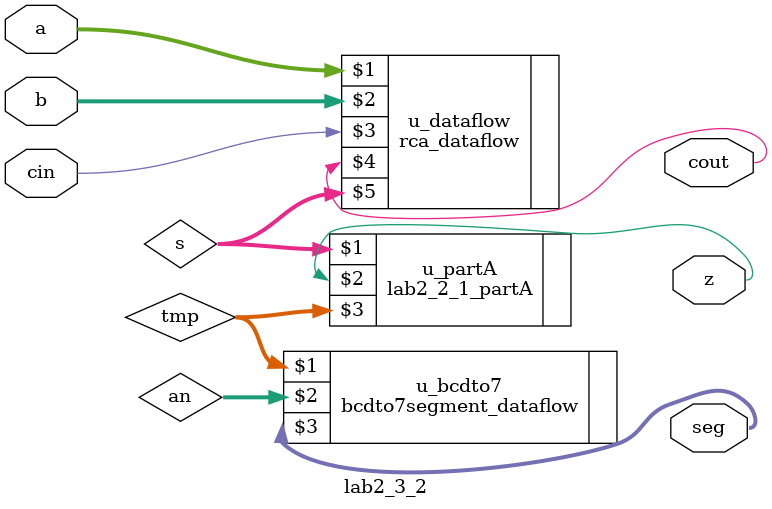
<source format=v>
`timescale 1ns / 1ps


module lab2_3_2(
    input [4:0] a,
    input [4:0] b,
    input cin,
    output cout,
    output z,
    output [6:0] seg
    );
    
     reg [3:0] an;
     wire [3:0] tmp,s;
     wire z;
     rca_dataflow u_dataflow(a,b,cin,cout,s);
     lab2_2_1_partA u_partA(s,z,tmp);
     bcdto7segment_dataflow u_bcdto7(tmp,an,seg);
    
endmodule

</source>
